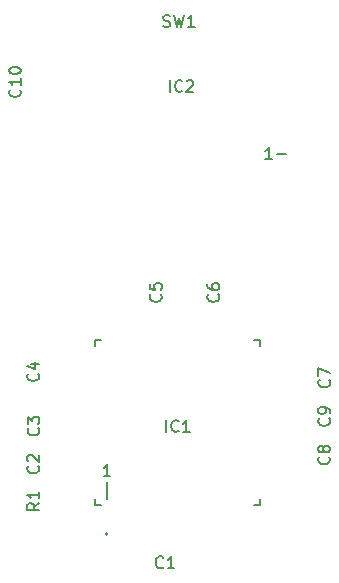
<source format=gbr>
%TF.GenerationSoftware,KiCad,Pcbnew,(6.0.2)*%
%TF.CreationDate,2022-10-02T17:57:44-05:00*%
%TF.ProjectId,MCN003R3,4d434e30-3033-4523-932e-6b696361645f,rev?*%
%TF.SameCoordinates,Original*%
%TF.FileFunction,Legend,Top*%
%TF.FilePolarity,Positive*%
%FSLAX46Y46*%
G04 Gerber Fmt 4.6, Leading zero omitted, Abs format (unit mm)*
G04 Created by KiCad (PCBNEW (6.0.2)) date 2022-10-02 17:57:44*
%MOMM*%
%LPD*%
G01*
G04 APERTURE LIST*
%ADD10C,0.150000*%
%ADD11C,0.127000*%
%ADD12C,0.200000*%
G04 APERTURE END LIST*
D10*
X154664666Y-85944380D02*
X154093238Y-85944380D01*
X154378952Y-85944380D02*
X154378952Y-84944380D01*
X154283714Y-85087238D01*
X154188476Y-85182476D01*
X154093238Y-85230095D01*
X155093238Y-85563428D02*
X155855142Y-85563428D01*
X140957714Y-112807380D02*
X140386285Y-112807380D01*
X140672000Y-112807380D02*
X140672000Y-111807380D01*
X140576761Y-111950238D01*
X140481523Y-112045476D01*
X140386285Y-112093095D01*
X140672000Y-114750714D02*
X140672000Y-113322142D01*
%TO.C,IC2*%
X146005809Y-80277380D02*
X146005809Y-79277380D01*
X147053428Y-80182142D02*
X147005809Y-80229761D01*
X146862952Y-80277380D01*
X146767714Y-80277380D01*
X146624857Y-80229761D01*
X146529619Y-80134523D01*
X146482000Y-80039285D01*
X146434380Y-79848809D01*
X146434380Y-79705952D01*
X146482000Y-79515476D01*
X146529619Y-79420238D01*
X146624857Y-79325000D01*
X146767714Y-79277380D01*
X146862952Y-79277380D01*
X147005809Y-79325000D01*
X147053428Y-79372619D01*
X147434380Y-79372619D02*
X147482000Y-79325000D01*
X147577238Y-79277380D01*
X147815333Y-79277380D01*
X147910571Y-79325000D01*
X147958190Y-79372619D01*
X148005809Y-79467857D01*
X148005809Y-79563095D01*
X147958190Y-79705952D01*
X147386761Y-80277380D01*
X148005809Y-80277380D01*
%TO.C,IC1*%
X145697809Y-109065380D02*
X145697809Y-108065380D01*
X146745428Y-108970142D02*
X146697809Y-109017761D01*
X146554952Y-109065380D01*
X146459714Y-109065380D01*
X146316857Y-109017761D01*
X146221619Y-108922523D01*
X146174000Y-108827285D01*
X146126380Y-108636809D01*
X146126380Y-108493952D01*
X146174000Y-108303476D01*
X146221619Y-108208238D01*
X146316857Y-108113000D01*
X146459714Y-108065380D01*
X146554952Y-108065380D01*
X146697809Y-108113000D01*
X146745428Y-108160619D01*
X147697809Y-109065380D02*
X147126380Y-109065380D01*
X147412095Y-109065380D02*
X147412095Y-108065380D01*
X147316857Y-108208238D01*
X147221619Y-108303476D01*
X147126380Y-108351095D01*
%TO.C,C7*%
X159487142Y-104650666D02*
X159534761Y-104698285D01*
X159582380Y-104841142D01*
X159582380Y-104936380D01*
X159534761Y-105079238D01*
X159439523Y-105174476D01*
X159344285Y-105222095D01*
X159153809Y-105269714D01*
X159010952Y-105269714D01*
X158820476Y-105222095D01*
X158725238Y-105174476D01*
X158630000Y-105079238D01*
X158582380Y-104936380D01*
X158582380Y-104841142D01*
X158630000Y-104698285D01*
X158677619Y-104650666D01*
X158582380Y-104317333D02*
X158582380Y-103650666D01*
X159582380Y-104079238D01*
%TO.C,C6*%
X150092142Y-97407666D02*
X150139761Y-97455285D01*
X150187380Y-97598142D01*
X150187380Y-97693380D01*
X150139761Y-97836238D01*
X150044523Y-97931476D01*
X149949285Y-97979095D01*
X149758809Y-98026714D01*
X149615952Y-98026714D01*
X149425476Y-97979095D01*
X149330238Y-97931476D01*
X149235000Y-97836238D01*
X149187380Y-97693380D01*
X149187380Y-97598142D01*
X149235000Y-97455285D01*
X149282619Y-97407666D01*
X149187380Y-96550523D02*
X149187380Y-96741000D01*
X149235000Y-96836238D01*
X149282619Y-96883857D01*
X149425476Y-96979095D01*
X149615952Y-97026714D01*
X149996904Y-97026714D01*
X150092142Y-96979095D01*
X150139761Y-96931476D01*
X150187380Y-96836238D01*
X150187380Y-96645761D01*
X150139761Y-96550523D01*
X150092142Y-96502904D01*
X149996904Y-96455285D01*
X149758809Y-96455285D01*
X149663571Y-96502904D01*
X149615952Y-96550523D01*
X149568333Y-96645761D01*
X149568333Y-96836238D01*
X149615952Y-96931476D01*
X149663571Y-96979095D01*
X149758809Y-97026714D01*
%TO.C,R1*%
X134938380Y-115070666D02*
X134462190Y-115404000D01*
X134938380Y-115642095D02*
X133938380Y-115642095D01*
X133938380Y-115261142D01*
X133986000Y-115165904D01*
X134033619Y-115118285D01*
X134128857Y-115070666D01*
X134271714Y-115070666D01*
X134366952Y-115118285D01*
X134414571Y-115165904D01*
X134462190Y-115261142D01*
X134462190Y-115642095D01*
X134938380Y-114118285D02*
X134938380Y-114689714D01*
X134938380Y-114404000D02*
X133938380Y-114404000D01*
X134081238Y-114499238D01*
X134176476Y-114594476D01*
X134224095Y-114689714D01*
%TO.C,C8*%
X159460142Y-111166666D02*
X159507761Y-111214285D01*
X159555380Y-111357142D01*
X159555380Y-111452380D01*
X159507761Y-111595238D01*
X159412523Y-111690476D01*
X159317285Y-111738095D01*
X159126809Y-111785714D01*
X158983952Y-111785714D01*
X158793476Y-111738095D01*
X158698238Y-111690476D01*
X158603000Y-111595238D01*
X158555380Y-111452380D01*
X158555380Y-111357142D01*
X158603000Y-111214285D01*
X158650619Y-111166666D01*
X158983952Y-110595238D02*
X158936333Y-110690476D01*
X158888714Y-110738095D01*
X158793476Y-110785714D01*
X158745857Y-110785714D01*
X158650619Y-110738095D01*
X158603000Y-110690476D01*
X158555380Y-110595238D01*
X158555380Y-110404761D01*
X158603000Y-110309523D01*
X158650619Y-110261904D01*
X158745857Y-110214285D01*
X158793476Y-110214285D01*
X158888714Y-110261904D01*
X158936333Y-110309523D01*
X158983952Y-110404761D01*
X158983952Y-110595238D01*
X159031571Y-110690476D01*
X159079190Y-110738095D01*
X159174428Y-110785714D01*
X159364904Y-110785714D01*
X159460142Y-110738095D01*
X159507761Y-110690476D01*
X159555380Y-110595238D01*
X159555380Y-110404761D01*
X159507761Y-110309523D01*
X159460142Y-110261904D01*
X159364904Y-110214285D01*
X159174428Y-110214285D01*
X159079190Y-110261904D01*
X159031571Y-110309523D01*
X158983952Y-110404761D01*
%TO.C,C4*%
X134839142Y-104120666D02*
X134886761Y-104168285D01*
X134934380Y-104311142D01*
X134934380Y-104406380D01*
X134886761Y-104549238D01*
X134791523Y-104644476D01*
X134696285Y-104692095D01*
X134505809Y-104739714D01*
X134362952Y-104739714D01*
X134172476Y-104692095D01*
X134077238Y-104644476D01*
X133982000Y-104549238D01*
X133934380Y-104406380D01*
X133934380Y-104311142D01*
X133982000Y-104168285D01*
X134029619Y-104120666D01*
X134267714Y-103263523D02*
X134934380Y-103263523D01*
X133886761Y-103501619D02*
X134601047Y-103739714D01*
X134601047Y-103120666D01*
%TO.C,C1*%
X145430333Y-120501142D02*
X145382714Y-120548761D01*
X145239857Y-120596380D01*
X145144619Y-120596380D01*
X145001761Y-120548761D01*
X144906523Y-120453523D01*
X144858904Y-120358285D01*
X144811285Y-120167809D01*
X144811285Y-120024952D01*
X144858904Y-119834476D01*
X144906523Y-119739238D01*
X145001761Y-119644000D01*
X145144619Y-119596380D01*
X145239857Y-119596380D01*
X145382714Y-119644000D01*
X145430333Y-119691619D01*
X146382714Y-120596380D02*
X145811285Y-120596380D01*
X146097000Y-120596380D02*
X146097000Y-119596380D01*
X146001761Y-119739238D01*
X145906523Y-119834476D01*
X145811285Y-119882095D01*
%TO.C,C3*%
X134863142Y-108719666D02*
X134910761Y-108767285D01*
X134958380Y-108910142D01*
X134958380Y-109005380D01*
X134910761Y-109148238D01*
X134815523Y-109243476D01*
X134720285Y-109291095D01*
X134529809Y-109338714D01*
X134386952Y-109338714D01*
X134196476Y-109291095D01*
X134101238Y-109243476D01*
X134006000Y-109148238D01*
X133958380Y-109005380D01*
X133958380Y-108910142D01*
X134006000Y-108767285D01*
X134053619Y-108719666D01*
X133958380Y-108386333D02*
X133958380Y-107767285D01*
X134339333Y-108100619D01*
X134339333Y-107957761D01*
X134386952Y-107862523D01*
X134434571Y-107814904D01*
X134529809Y-107767285D01*
X134767904Y-107767285D01*
X134863142Y-107814904D01*
X134910761Y-107862523D01*
X134958380Y-107957761D01*
X134958380Y-108243476D01*
X134910761Y-108338714D01*
X134863142Y-108386333D01*
%TO.C,C9*%
X159481142Y-107909666D02*
X159528761Y-107957285D01*
X159576380Y-108100142D01*
X159576380Y-108195380D01*
X159528761Y-108338238D01*
X159433523Y-108433476D01*
X159338285Y-108481095D01*
X159147809Y-108528714D01*
X159004952Y-108528714D01*
X158814476Y-108481095D01*
X158719238Y-108433476D01*
X158624000Y-108338238D01*
X158576380Y-108195380D01*
X158576380Y-108100142D01*
X158624000Y-107957285D01*
X158671619Y-107909666D01*
X159576380Y-107433476D02*
X159576380Y-107243000D01*
X159528761Y-107147761D01*
X159481142Y-107100142D01*
X159338285Y-107004904D01*
X159147809Y-106957285D01*
X158766857Y-106957285D01*
X158671619Y-107004904D01*
X158624000Y-107052523D01*
X158576380Y-107147761D01*
X158576380Y-107338238D01*
X158624000Y-107433476D01*
X158671619Y-107481095D01*
X158766857Y-107528714D01*
X159004952Y-107528714D01*
X159100190Y-107481095D01*
X159147809Y-107433476D01*
X159195428Y-107338238D01*
X159195428Y-107147761D01*
X159147809Y-107052523D01*
X159100190Y-107004904D01*
X159004952Y-106957285D01*
%TO.C,C10*%
X133287142Y-80068857D02*
X133334761Y-80116476D01*
X133382380Y-80259333D01*
X133382380Y-80354571D01*
X133334761Y-80497428D01*
X133239523Y-80592666D01*
X133144285Y-80640285D01*
X132953809Y-80687904D01*
X132810952Y-80687904D01*
X132620476Y-80640285D01*
X132525238Y-80592666D01*
X132430000Y-80497428D01*
X132382380Y-80354571D01*
X132382380Y-80259333D01*
X132430000Y-80116476D01*
X132477619Y-80068857D01*
X133382380Y-79116476D02*
X133382380Y-79687904D01*
X133382380Y-79402190D02*
X132382380Y-79402190D01*
X132525238Y-79497428D01*
X132620476Y-79592666D01*
X132668095Y-79687904D01*
X132382380Y-78497428D02*
X132382380Y-78402190D01*
X132430000Y-78306952D01*
X132477619Y-78259333D01*
X132572857Y-78211714D01*
X132763333Y-78164095D01*
X133001428Y-78164095D01*
X133191904Y-78211714D01*
X133287142Y-78259333D01*
X133334761Y-78306952D01*
X133382380Y-78402190D01*
X133382380Y-78497428D01*
X133334761Y-78592666D01*
X133287142Y-78640285D01*
X133191904Y-78687904D01*
X133001428Y-78735523D01*
X132763333Y-78735523D01*
X132572857Y-78687904D01*
X132477619Y-78640285D01*
X132430000Y-78592666D01*
X132382380Y-78497428D01*
%TO.C,C5*%
X145213142Y-97408666D02*
X145260761Y-97456285D01*
X145308380Y-97599142D01*
X145308380Y-97694380D01*
X145260761Y-97837238D01*
X145165523Y-97932476D01*
X145070285Y-97980095D01*
X144879809Y-98027714D01*
X144736952Y-98027714D01*
X144546476Y-97980095D01*
X144451238Y-97932476D01*
X144356000Y-97837238D01*
X144308380Y-97694380D01*
X144308380Y-97599142D01*
X144356000Y-97456285D01*
X144403619Y-97408666D01*
X144308380Y-96503904D02*
X144308380Y-96980095D01*
X144784571Y-97027714D01*
X144736952Y-96980095D01*
X144689333Y-96884857D01*
X144689333Y-96646761D01*
X144736952Y-96551523D01*
X144784571Y-96503904D01*
X144879809Y-96456285D01*
X145117904Y-96456285D01*
X145213142Y-96503904D01*
X145260761Y-96551523D01*
X145308380Y-96646761D01*
X145308380Y-96884857D01*
X145260761Y-96980095D01*
X145213142Y-97027714D01*
%TO.C,SW1*%
X145450666Y-74711761D02*
X145593523Y-74759380D01*
X145831619Y-74759380D01*
X145926857Y-74711761D01*
X145974476Y-74664142D01*
X146022095Y-74568904D01*
X146022095Y-74473666D01*
X145974476Y-74378428D01*
X145926857Y-74330809D01*
X145831619Y-74283190D01*
X145641142Y-74235571D01*
X145545904Y-74187952D01*
X145498285Y-74140333D01*
X145450666Y-74045095D01*
X145450666Y-73949857D01*
X145498285Y-73854619D01*
X145545904Y-73807000D01*
X145641142Y-73759380D01*
X145879238Y-73759380D01*
X146022095Y-73807000D01*
X146355428Y-73759380D02*
X146593523Y-74759380D01*
X146784000Y-74045095D01*
X146974476Y-74759380D01*
X147212571Y-73759380D01*
X148117333Y-74759380D02*
X147545904Y-74759380D01*
X147831619Y-74759380D02*
X147831619Y-73759380D01*
X147736380Y-73902238D01*
X147641142Y-73997476D01*
X147545904Y-74045095D01*
%TO.C,C2*%
X134840142Y-111935666D02*
X134887761Y-111983285D01*
X134935380Y-112126142D01*
X134935380Y-112221380D01*
X134887761Y-112364238D01*
X134792523Y-112459476D01*
X134697285Y-112507095D01*
X134506809Y-112554714D01*
X134363952Y-112554714D01*
X134173476Y-112507095D01*
X134078238Y-112459476D01*
X133983000Y-112364238D01*
X133935380Y-112221380D01*
X133935380Y-112126142D01*
X133983000Y-111983285D01*
X134030619Y-111935666D01*
X134030619Y-111554714D02*
X133983000Y-111507095D01*
X133935380Y-111411857D01*
X133935380Y-111173761D01*
X133983000Y-111078523D01*
X134030619Y-111030904D01*
X134125857Y-110983285D01*
X134221095Y-110983285D01*
X134363952Y-111030904D01*
X134935380Y-111602333D01*
X134935380Y-110983285D01*
D11*
%TO.C,IC1*%
X153656000Y-101251500D02*
X153656000Y-101791500D01*
X153656000Y-115251500D02*
X153116000Y-115251500D01*
X139656000Y-101251500D02*
X139656000Y-101791500D01*
X139656000Y-101251500D02*
X140196000Y-101251500D01*
X153656000Y-101251500D02*
X153116000Y-101251500D01*
X153656000Y-115251500D02*
X153656000Y-114711500D01*
X139656000Y-115251500D02*
X139656000Y-114711500D01*
X139656000Y-115251500D02*
X140196000Y-115251500D01*
D12*
X140756000Y-117691500D02*
G75*
G03*
X140756000Y-117691500I-100000J0D01*
G01*
%TD*%
M02*

</source>
